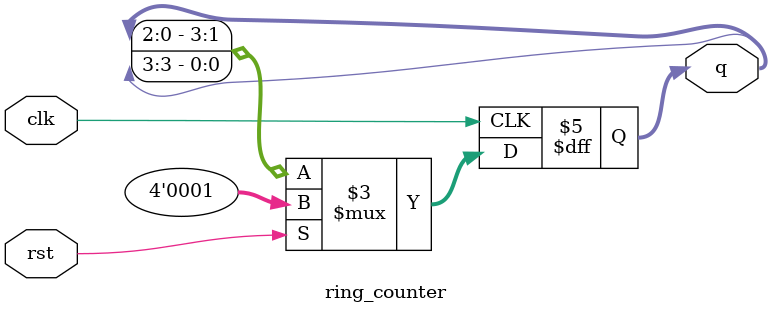
<source format=v>
module ring_counter(input clk,rst, output reg [3:0] q);
always @(posedge clk) begin
	if (rst) q<=4'b0001;
	else q<={q[2:0],q[3]};
end
endmodule

</source>
